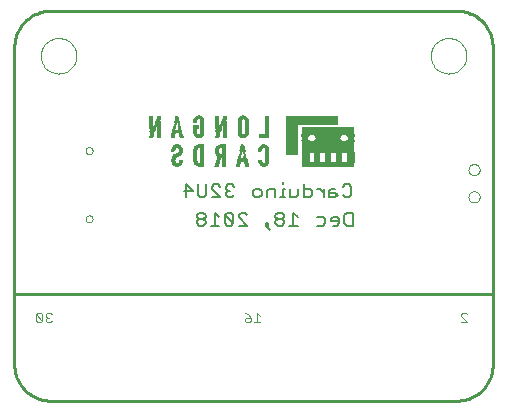
<source format=gbo>
G75*
G70*
%OFA0B0*%
%FSLAX24Y24*%
%IPPOS*%
%LPD*%
%AMOC8*
5,1,8,0,0,1.08239X$1,22.5*
%
%ADD10C,0.0080*%
%ADD11C,0.0100*%
%ADD12C,0.0000*%
%ADD13C,0.0040*%
%ADD14R,0.0089X0.0006*%
%ADD15R,0.0094X0.0006*%
%ADD16R,0.0130X0.0006*%
%ADD17R,0.0106X0.0006*%
%ADD18R,0.0201X0.0006*%
%ADD19R,0.0136X0.0006*%
%ADD20R,0.1742X0.0006*%
%ADD21R,0.0154X0.0006*%
%ADD22R,0.0112X0.0006*%
%ADD23R,0.0219X0.0006*%
%ADD24R,0.0165X0.0006*%
%ADD25R,0.1748X0.0006*%
%ADD26R,0.0177X0.0006*%
%ADD27R,0.0100X0.0006*%
%ADD28R,0.0236X0.0006*%
%ADD29R,0.0189X0.0006*%
%ADD30R,0.0195X0.0006*%
%ADD31R,0.0248X0.0006*%
%ADD32R,0.0207X0.0006*%
%ADD33R,0.0213X0.0006*%
%ADD34R,0.0260X0.0006*%
%ADD35R,0.0224X0.0006*%
%ADD36R,0.0266X0.0006*%
%ADD37R,0.0278X0.0006*%
%ADD38R,0.0254X0.0006*%
%ADD39R,0.0283X0.0006*%
%ADD40R,0.0289X0.0006*%
%ADD41R,0.0272X0.0006*%
%ADD42R,0.0295X0.0006*%
%ADD43R,0.0301X0.0006*%
%ADD44R,0.0307X0.0006*%
%ADD45R,0.0313X0.0006*%
%ADD46R,0.0319X0.0006*%
%ADD47R,0.0148X0.0006*%
%ADD48R,0.0159X0.0006*%
%ADD49R,0.0124X0.0006*%
%ADD50R,0.0118X0.0006*%
%ADD51R,0.0242X0.0006*%
%ADD52R,0.0337X0.0006*%
%ADD53R,0.0331X0.0006*%
%ADD54R,0.0325X0.0006*%
%ADD55R,0.0142X0.0006*%
%ADD56R,0.0183X0.0006*%
%ADD57R,0.0230X0.0006*%
%ADD58R,0.0419X0.0006*%
%ADD59R,0.0425X0.0006*%
%ADD60R,0.0171X0.0006*%
%ADD61R,0.0083X0.0006*%
%ADD62R,0.0041X0.0006*%
%ADD63R,0.0047X0.0006*%
%ADD64R,0.1022X0.0006*%
%ADD65R,0.0980X0.0006*%
%ADD66R,0.0957X0.0006*%
%ADD67R,0.0933X0.0006*%
%ADD68R,0.0921X0.0006*%
%ADD69R,0.0904X0.0006*%
%ADD70R,0.0892X0.0006*%
%ADD71R,0.0886X0.0006*%
%ADD72R,0.0874X0.0006*%
%ADD73R,0.0868X0.0006*%
%ADD74R,0.0856X0.0006*%
%ADD75R,0.0850X0.0006*%
%ADD76R,0.0844X0.0006*%
%ADD77R,0.0839X0.0006*%
%ADD78R,0.0833X0.0006*%
%ADD79R,0.0827X0.0006*%
%ADD80R,0.0071X0.0006*%
%ADD81R,0.0862X0.0006*%
%ADD82R,0.0880X0.0006*%
%ADD83R,0.0898X0.0006*%
%ADD84R,0.0915X0.0006*%
%ADD85R,0.0927X0.0006*%
%ADD86R,0.0945X0.0006*%
%ADD87R,0.0969X0.0006*%
%ADD88R,0.0998X0.0006*%
D10*
X010215Y007160D02*
X010495Y007160D01*
X010285Y007370D01*
X010285Y006950D01*
X010676Y007020D02*
X010676Y007370D01*
X010956Y007370D02*
X010956Y007020D01*
X010886Y006950D01*
X010746Y006950D01*
X010676Y007020D01*
X011136Y006950D02*
X011416Y006950D01*
X011136Y007230D01*
X011136Y007300D01*
X011206Y007370D01*
X011346Y007370D01*
X011416Y007300D01*
X011596Y007300D02*
X011596Y007230D01*
X011666Y007160D01*
X011596Y007090D01*
X011596Y007020D01*
X011666Y006950D01*
X011807Y006950D01*
X011877Y007020D01*
X011737Y007160D02*
X011666Y007160D01*
X011596Y007300D02*
X011666Y007370D01*
X011807Y007370D01*
X011877Y007300D01*
X012517Y007160D02*
X012517Y007020D01*
X012587Y006950D01*
X012727Y006950D01*
X012797Y007020D01*
X012797Y007160D01*
X012727Y007230D01*
X012587Y007230D01*
X012517Y007160D01*
X012978Y007160D02*
X012978Y006950D01*
X012978Y007160D02*
X013048Y007230D01*
X013258Y007230D01*
X013258Y006950D01*
X013425Y006950D02*
X013565Y006950D01*
X013495Y006950D02*
X013495Y007230D01*
X013565Y007230D01*
X013495Y007370D02*
X013495Y007440D01*
X013745Y007230D02*
X013745Y006950D01*
X013955Y006950D01*
X014025Y007020D01*
X014025Y007230D01*
X014205Y007230D02*
X014415Y007230D01*
X014486Y007160D01*
X014486Y007020D01*
X014415Y006950D01*
X014205Y006950D01*
X014205Y007370D01*
X014659Y007230D02*
X014729Y007230D01*
X014869Y007090D01*
X014869Y006950D02*
X014869Y007230D01*
X015049Y007160D02*
X015049Y006950D01*
X015260Y006950D01*
X015330Y007020D01*
X015260Y007090D01*
X015049Y007090D01*
X015049Y007160D02*
X015119Y007230D01*
X015260Y007230D01*
X015510Y007300D02*
X015580Y007370D01*
X015720Y007370D01*
X015790Y007300D01*
X015790Y007020D01*
X015720Y006950D01*
X015580Y006950D01*
X015510Y007020D01*
X015630Y006420D02*
X015840Y006420D01*
X015840Y006000D01*
X015630Y006000D01*
X015560Y006070D01*
X015560Y006350D01*
X015630Y006420D01*
X015380Y006210D02*
X015310Y006280D01*
X015169Y006280D01*
X015099Y006210D01*
X015099Y006140D01*
X015380Y006140D01*
X015380Y006070D02*
X015380Y006210D01*
X015380Y006070D02*
X015310Y006000D01*
X015169Y006000D01*
X014919Y006070D02*
X014919Y006210D01*
X014849Y006280D01*
X014639Y006280D01*
X014639Y006000D02*
X014849Y006000D01*
X014919Y006070D01*
X013998Y006000D02*
X013718Y006000D01*
X013858Y006000D02*
X013858Y006420D01*
X013998Y006280D01*
X013538Y006280D02*
X013538Y006350D01*
X013468Y006420D01*
X013328Y006420D01*
X013258Y006350D01*
X013258Y006280D01*
X013328Y006210D01*
X013468Y006210D01*
X013538Y006280D01*
X013468Y006210D02*
X013538Y006140D01*
X013538Y006070D01*
X013468Y006000D01*
X013328Y006000D01*
X013258Y006070D01*
X013258Y006140D01*
X013328Y006210D01*
X013008Y006070D02*
X013008Y006000D01*
X012938Y006000D01*
X012938Y006070D01*
X013008Y006070D01*
X012938Y006000D02*
X013078Y005860D01*
X012310Y006000D02*
X012030Y006280D01*
X012030Y006350D01*
X012100Y006420D01*
X012240Y006420D01*
X012310Y006350D01*
X011850Y006350D02*
X011780Y006420D01*
X011640Y006420D01*
X011570Y006350D01*
X011850Y006070D01*
X011780Y006000D01*
X011640Y006000D01*
X011570Y006070D01*
X011570Y006350D01*
X011390Y006280D02*
X011249Y006420D01*
X011249Y006000D01*
X011109Y006000D02*
X011390Y006000D01*
X010929Y006070D02*
X010929Y006140D01*
X010859Y006210D01*
X010719Y006210D01*
X010649Y006140D01*
X010649Y006070D01*
X010719Y006000D01*
X010859Y006000D01*
X010929Y006070D01*
X010859Y006210D02*
X010929Y006280D01*
X010929Y006350D01*
X010859Y006420D01*
X010719Y006420D01*
X010649Y006350D01*
X010649Y006280D01*
X010719Y006210D01*
X011850Y006070D02*
X011850Y006350D01*
X012030Y006000D02*
X012310Y006000D01*
D11*
X004558Y001364D02*
X004558Y011956D01*
X004560Y012023D01*
X004566Y012090D01*
X004575Y012157D01*
X004588Y012223D01*
X004605Y012288D01*
X004625Y012352D01*
X004649Y012415D01*
X004677Y012477D01*
X004708Y012536D01*
X004742Y012594D01*
X004779Y012650D01*
X004820Y012704D01*
X004863Y012756D01*
X004909Y012805D01*
X004958Y012851D01*
X005010Y012894D01*
X005064Y012935D01*
X005120Y012972D01*
X005178Y013006D01*
X005237Y013037D01*
X005299Y013065D01*
X005362Y013089D01*
X005426Y013109D01*
X005491Y013126D01*
X005557Y013139D01*
X005624Y013148D01*
X005691Y013154D01*
X005758Y013156D01*
X019302Y013156D01*
X019369Y013154D01*
X019436Y013148D01*
X019503Y013139D01*
X019569Y013126D01*
X019634Y013109D01*
X019698Y013089D01*
X019761Y013065D01*
X019823Y013037D01*
X019882Y013006D01*
X019940Y012972D01*
X019996Y012935D01*
X020050Y012894D01*
X020102Y012851D01*
X020151Y012805D01*
X020197Y012756D01*
X020240Y012704D01*
X020281Y012650D01*
X020318Y012594D01*
X020352Y012536D01*
X020383Y012477D01*
X020411Y012415D01*
X020435Y012352D01*
X020455Y012288D01*
X020472Y012223D01*
X020485Y012157D01*
X020494Y012090D01*
X020500Y012023D01*
X020502Y011956D01*
X020502Y001364D01*
X020500Y001297D01*
X020494Y001230D01*
X020485Y001163D01*
X020472Y001097D01*
X020455Y001032D01*
X020435Y000968D01*
X020411Y000905D01*
X020383Y000843D01*
X020352Y000784D01*
X020318Y000726D01*
X020281Y000670D01*
X020240Y000616D01*
X020197Y000564D01*
X020151Y000515D01*
X020102Y000469D01*
X020050Y000426D01*
X019996Y000385D01*
X019940Y000348D01*
X019882Y000314D01*
X019823Y000283D01*
X019761Y000255D01*
X019698Y000231D01*
X019634Y000211D01*
X019569Y000194D01*
X019503Y000181D01*
X019436Y000172D01*
X019369Y000166D01*
X019302Y000164D01*
X005758Y000164D01*
X005691Y000166D01*
X005624Y000172D01*
X005557Y000181D01*
X005491Y000194D01*
X005426Y000211D01*
X005362Y000231D01*
X005299Y000255D01*
X005237Y000283D01*
X005178Y000314D01*
X005120Y000348D01*
X005064Y000385D01*
X005010Y000426D01*
X004958Y000469D01*
X004909Y000515D01*
X004863Y000564D01*
X004820Y000616D01*
X004779Y000670D01*
X004742Y000726D01*
X004708Y000784D01*
X004677Y000843D01*
X004649Y000905D01*
X004625Y000968D01*
X004605Y001032D01*
X004588Y001097D01*
X004575Y001163D01*
X004566Y001230D01*
X004560Y001297D01*
X004558Y001364D01*
X004530Y003710D02*
X020480Y003710D01*
D12*
X019693Y006957D02*
X019695Y006984D01*
X019701Y007010D01*
X019710Y007035D01*
X019723Y007058D01*
X019739Y007079D01*
X019758Y007098D01*
X019779Y007114D01*
X019802Y007127D01*
X019827Y007136D01*
X019853Y007142D01*
X019880Y007144D01*
X019907Y007142D01*
X019933Y007136D01*
X019958Y007127D01*
X019981Y007114D01*
X020002Y007098D01*
X020021Y007079D01*
X020037Y007058D01*
X020050Y007035D01*
X020059Y007010D01*
X020065Y006984D01*
X020067Y006957D01*
X020065Y006930D01*
X020059Y006904D01*
X020050Y006879D01*
X020037Y006856D01*
X020021Y006835D01*
X020002Y006816D01*
X019981Y006800D01*
X019958Y006787D01*
X019933Y006778D01*
X019907Y006772D01*
X019880Y006770D01*
X019853Y006772D01*
X019827Y006778D01*
X019802Y006787D01*
X019779Y006800D01*
X019758Y006816D01*
X019739Y006835D01*
X019723Y006856D01*
X019710Y006879D01*
X019701Y006904D01*
X019695Y006930D01*
X019693Y006957D01*
X019693Y007863D02*
X019695Y007890D01*
X019701Y007916D01*
X019710Y007941D01*
X019723Y007964D01*
X019739Y007985D01*
X019758Y008004D01*
X019779Y008020D01*
X019802Y008033D01*
X019827Y008042D01*
X019853Y008048D01*
X019880Y008050D01*
X019907Y008048D01*
X019933Y008042D01*
X019958Y008033D01*
X019981Y008020D01*
X020002Y008004D01*
X020021Y007985D01*
X020037Y007964D01*
X020050Y007941D01*
X020059Y007916D01*
X020065Y007890D01*
X020067Y007863D01*
X020065Y007836D01*
X020059Y007810D01*
X020050Y007785D01*
X020037Y007762D01*
X020021Y007741D01*
X020002Y007722D01*
X019981Y007706D01*
X019958Y007693D01*
X019933Y007684D01*
X019907Y007678D01*
X019880Y007676D01*
X019853Y007678D01*
X019827Y007684D01*
X019802Y007693D01*
X019779Y007706D01*
X019758Y007722D01*
X019739Y007741D01*
X019723Y007762D01*
X019710Y007785D01*
X019701Y007810D01*
X019695Y007836D01*
X019693Y007863D01*
X018439Y011660D02*
X018441Y011708D01*
X018447Y011756D01*
X018457Y011803D01*
X018470Y011849D01*
X018488Y011894D01*
X018508Y011938D01*
X018533Y011980D01*
X018561Y012019D01*
X018591Y012056D01*
X018625Y012090D01*
X018662Y012122D01*
X018700Y012151D01*
X018741Y012176D01*
X018784Y012198D01*
X018829Y012216D01*
X018875Y012230D01*
X018922Y012241D01*
X018970Y012248D01*
X019018Y012251D01*
X019066Y012250D01*
X019114Y012245D01*
X019162Y012236D01*
X019208Y012224D01*
X019253Y012207D01*
X019297Y012187D01*
X019339Y012164D01*
X019379Y012137D01*
X019417Y012107D01*
X019452Y012074D01*
X019484Y012038D01*
X019514Y012000D01*
X019540Y011959D01*
X019562Y011916D01*
X019582Y011872D01*
X019597Y011827D01*
X019609Y011780D01*
X019617Y011732D01*
X019621Y011684D01*
X019621Y011636D01*
X019617Y011588D01*
X019609Y011540D01*
X019597Y011493D01*
X019582Y011448D01*
X019562Y011404D01*
X019540Y011361D01*
X019514Y011320D01*
X019484Y011282D01*
X019452Y011246D01*
X019417Y011213D01*
X019379Y011183D01*
X019339Y011156D01*
X019297Y011133D01*
X019253Y011113D01*
X019208Y011096D01*
X019162Y011084D01*
X019114Y011075D01*
X019066Y011070D01*
X019018Y011069D01*
X018970Y011072D01*
X018922Y011079D01*
X018875Y011090D01*
X018829Y011104D01*
X018784Y011122D01*
X018741Y011144D01*
X018700Y011169D01*
X018662Y011198D01*
X018625Y011230D01*
X018591Y011264D01*
X018561Y011301D01*
X018533Y011340D01*
X018508Y011382D01*
X018488Y011426D01*
X018470Y011471D01*
X018457Y011517D01*
X018447Y011564D01*
X018441Y011612D01*
X018439Y011660D01*
X006929Y008498D02*
X006931Y008519D01*
X006937Y008539D01*
X006946Y008559D01*
X006958Y008576D01*
X006973Y008590D01*
X006991Y008602D01*
X007011Y008610D01*
X007031Y008615D01*
X007052Y008616D01*
X007073Y008613D01*
X007093Y008607D01*
X007112Y008596D01*
X007129Y008583D01*
X007142Y008567D01*
X007153Y008549D01*
X007161Y008529D01*
X007165Y008509D01*
X007165Y008487D01*
X007161Y008467D01*
X007153Y008447D01*
X007142Y008429D01*
X007129Y008413D01*
X007112Y008400D01*
X007093Y008389D01*
X007073Y008383D01*
X007052Y008380D01*
X007031Y008381D01*
X007011Y008386D01*
X006991Y008394D01*
X006973Y008406D01*
X006958Y008420D01*
X006946Y008437D01*
X006937Y008457D01*
X006931Y008477D01*
X006929Y008498D01*
X006929Y006222D02*
X006931Y006243D01*
X006937Y006263D01*
X006946Y006283D01*
X006958Y006300D01*
X006973Y006314D01*
X006991Y006326D01*
X007011Y006334D01*
X007031Y006339D01*
X007052Y006340D01*
X007073Y006337D01*
X007093Y006331D01*
X007112Y006320D01*
X007129Y006307D01*
X007142Y006291D01*
X007153Y006273D01*
X007161Y006253D01*
X007165Y006233D01*
X007165Y006211D01*
X007161Y006191D01*
X007153Y006171D01*
X007142Y006153D01*
X007129Y006137D01*
X007112Y006124D01*
X007093Y006113D01*
X007073Y006107D01*
X007052Y006104D01*
X007031Y006105D01*
X007011Y006110D01*
X006991Y006118D01*
X006973Y006130D01*
X006958Y006144D01*
X006946Y006161D01*
X006937Y006181D01*
X006931Y006201D01*
X006929Y006222D01*
X005439Y011660D02*
X005441Y011708D01*
X005447Y011756D01*
X005457Y011803D01*
X005470Y011849D01*
X005488Y011894D01*
X005508Y011938D01*
X005533Y011980D01*
X005561Y012019D01*
X005591Y012056D01*
X005625Y012090D01*
X005662Y012122D01*
X005700Y012151D01*
X005741Y012176D01*
X005784Y012198D01*
X005829Y012216D01*
X005875Y012230D01*
X005922Y012241D01*
X005970Y012248D01*
X006018Y012251D01*
X006066Y012250D01*
X006114Y012245D01*
X006162Y012236D01*
X006208Y012224D01*
X006253Y012207D01*
X006297Y012187D01*
X006339Y012164D01*
X006379Y012137D01*
X006417Y012107D01*
X006452Y012074D01*
X006484Y012038D01*
X006514Y012000D01*
X006540Y011959D01*
X006562Y011916D01*
X006582Y011872D01*
X006597Y011827D01*
X006609Y011780D01*
X006617Y011732D01*
X006621Y011684D01*
X006621Y011636D01*
X006617Y011588D01*
X006609Y011540D01*
X006597Y011493D01*
X006582Y011448D01*
X006562Y011404D01*
X006540Y011361D01*
X006514Y011320D01*
X006484Y011282D01*
X006452Y011246D01*
X006417Y011213D01*
X006379Y011183D01*
X006339Y011156D01*
X006297Y011133D01*
X006253Y011113D01*
X006208Y011096D01*
X006162Y011084D01*
X006114Y011075D01*
X006066Y011070D01*
X006018Y011069D01*
X005970Y011072D01*
X005922Y011079D01*
X005875Y011090D01*
X005829Y011104D01*
X005784Y011122D01*
X005741Y011144D01*
X005700Y011169D01*
X005662Y011198D01*
X005625Y011230D01*
X005591Y011264D01*
X005561Y011301D01*
X005533Y011340D01*
X005508Y011382D01*
X005488Y011426D01*
X005470Y011471D01*
X005457Y011517D01*
X005447Y011564D01*
X005441Y011612D01*
X005439Y011660D01*
D13*
X005436Y003090D02*
X005333Y003090D01*
X005281Y003039D01*
X005488Y002832D01*
X005436Y002780D01*
X005333Y002780D01*
X005281Y002832D01*
X005281Y003039D01*
X005436Y003090D02*
X005488Y003039D01*
X005488Y002832D01*
X005603Y002832D02*
X005655Y002780D01*
X005758Y002780D01*
X005810Y002832D01*
X005707Y002935D02*
X005655Y002935D01*
X005603Y002883D01*
X005603Y002832D01*
X005655Y002935D02*
X005603Y002987D01*
X005603Y003039D01*
X005655Y003090D01*
X005758Y003090D01*
X005810Y003039D01*
X012231Y003090D02*
X012334Y003039D01*
X012438Y002935D01*
X012283Y002935D01*
X012231Y002883D01*
X012231Y002832D01*
X012283Y002780D01*
X012386Y002780D01*
X012438Y002832D01*
X012438Y002935D01*
X012553Y002780D02*
X012760Y002780D01*
X012657Y002780D02*
X012657Y003090D01*
X012760Y002987D01*
X019453Y002987D02*
X019453Y003039D01*
X019505Y003090D01*
X019608Y003090D01*
X019660Y003039D01*
X019453Y002987D02*
X019660Y002780D01*
X019453Y002780D01*
D14*
X012873Y007955D03*
X012229Y008368D03*
X012223Y008398D03*
X012223Y008404D03*
X012217Y008421D03*
X012217Y008427D03*
X012217Y008433D03*
X012211Y008445D03*
X012211Y008451D03*
X012211Y008457D03*
X012117Y008457D03*
X012111Y008433D03*
X012111Y008427D03*
X012105Y008404D03*
X012099Y008374D03*
X012164Y008669D03*
X010056Y009307D03*
X010050Y009331D03*
X010050Y009337D03*
X010044Y009360D03*
X010044Y009366D03*
X010038Y009384D03*
X010038Y009390D03*
X010038Y009396D03*
X010032Y009414D03*
X009938Y009414D03*
X009938Y009408D03*
X009932Y009390D03*
X009932Y009384D03*
X009926Y009360D03*
X009926Y009354D03*
X009920Y009331D03*
X009985Y009626D03*
X009985Y009632D03*
D15*
X009988Y009620D03*
X010035Y009408D03*
X010035Y009402D03*
X010041Y009378D03*
X010041Y009372D03*
X010047Y009354D03*
X010047Y009349D03*
X010047Y009343D03*
X010053Y009325D03*
X010053Y009319D03*
X010053Y009313D03*
X010059Y009301D03*
X010059Y009295D03*
X010059Y009290D03*
X010059Y009284D03*
X010059Y009278D03*
X010065Y009272D03*
X010065Y009266D03*
X010065Y009260D03*
X010065Y009254D03*
X010071Y009242D03*
X010071Y009236D03*
X010071Y009230D03*
X010071Y009225D03*
X010077Y009213D03*
X010077Y009207D03*
X010077Y009201D03*
X010083Y009183D03*
X010083Y009177D03*
X010083Y009171D03*
X009899Y009225D03*
X009899Y009230D03*
X009899Y009236D03*
X009905Y009248D03*
X009905Y009254D03*
X009905Y009260D03*
X009905Y009266D03*
X009911Y009278D03*
X009911Y009284D03*
X009911Y009290D03*
X009911Y009295D03*
X009917Y009301D03*
X009917Y009307D03*
X009917Y009313D03*
X009917Y009319D03*
X009917Y009325D03*
X009923Y009337D03*
X009923Y009343D03*
X009923Y009349D03*
X009929Y009366D03*
X009929Y009372D03*
X009929Y009378D03*
X009935Y009396D03*
X009935Y009402D03*
X009894Y009207D03*
X009894Y009201D03*
X009888Y009177D03*
X009888Y009171D03*
X009274Y009331D03*
X009268Y009313D03*
X009262Y009295D03*
X009256Y009284D03*
X009250Y009266D03*
X009244Y009248D03*
X009238Y009230D03*
X009232Y009219D03*
X009982Y007955D03*
X011429Y009219D03*
X011435Y009236D03*
X011441Y009248D03*
X011447Y009266D03*
X011453Y009284D03*
X011459Y009301D03*
X011470Y009331D03*
X012161Y008664D03*
X012161Y008658D03*
X012114Y008451D03*
X012114Y008445D03*
X012114Y008439D03*
X012108Y008421D03*
X012108Y008416D03*
X012108Y008410D03*
X012102Y008398D03*
X012102Y008392D03*
X012102Y008386D03*
X012102Y008380D03*
X012096Y008368D03*
X012096Y008362D03*
X012096Y008356D03*
X012096Y008351D03*
X012090Y008345D03*
X012090Y008339D03*
X012090Y008333D03*
X012090Y008327D03*
X012090Y008321D03*
X012085Y008315D03*
X012085Y008309D03*
X012085Y008303D03*
X012085Y008297D03*
X012079Y008286D03*
X012079Y008280D03*
X012079Y008274D03*
X012073Y008256D03*
X012073Y008250D03*
X012073Y008244D03*
X012067Y008221D03*
X012250Y008262D03*
X012250Y008268D03*
X012250Y008274D03*
X012250Y008280D03*
X012244Y008291D03*
X012244Y008297D03*
X012244Y008303D03*
X012244Y008309D03*
X012238Y008315D03*
X012238Y008321D03*
X012238Y008327D03*
X012238Y008333D03*
X012238Y008339D03*
X012232Y008345D03*
X012232Y008351D03*
X012232Y008356D03*
X012232Y008362D03*
X012226Y008374D03*
X012226Y008380D03*
X012226Y008386D03*
X012226Y008392D03*
X012220Y008410D03*
X012220Y008416D03*
X012214Y008439D03*
X012256Y008250D03*
X012256Y008244D03*
X012256Y008238D03*
X012262Y008221D03*
X012262Y008215D03*
D16*
X012161Y008581D03*
X012090Y009024D03*
X012291Y009024D03*
X012291Y009526D03*
X012090Y009526D03*
X011565Y009549D03*
X011565Y009555D03*
X011335Y009006D03*
X011335Y009000D03*
X011335Y008994D03*
X011340Y008569D03*
X011340Y008362D03*
X010620Y008061D03*
X010088Y008061D03*
X009882Y008256D03*
X009882Y008569D03*
X010083Y008569D03*
X010809Y009024D03*
X010809Y009526D03*
X010608Y009526D03*
X009368Y009543D03*
X009368Y009549D03*
X009368Y009555D03*
X009138Y009006D03*
X009138Y009000D03*
X009138Y008994D03*
X012781Y008061D03*
X012876Y007961D03*
X012970Y008061D03*
X012970Y008569D03*
D17*
X012988Y008528D03*
X012988Y008522D03*
X012988Y008516D03*
X012988Y008510D03*
X012988Y008504D03*
X012988Y008498D03*
X012988Y008492D03*
X012988Y008486D03*
X012988Y008480D03*
X012988Y008475D03*
X012988Y008469D03*
X012988Y008463D03*
X012988Y008457D03*
X012988Y008451D03*
X012988Y008445D03*
X012988Y008439D03*
X012988Y008433D03*
X012988Y008427D03*
X012988Y008421D03*
X012988Y008416D03*
X012988Y008410D03*
X012988Y008404D03*
X012988Y008398D03*
X012988Y008392D03*
X012988Y008386D03*
X012988Y008380D03*
X012988Y008374D03*
X012988Y008368D03*
X012988Y008362D03*
X012988Y008356D03*
X012988Y008351D03*
X012988Y008345D03*
X012988Y008339D03*
X012988Y008333D03*
X012988Y008327D03*
X012988Y008321D03*
X012988Y008315D03*
X012988Y008309D03*
X012988Y008303D03*
X012988Y008297D03*
X012988Y008291D03*
X012988Y008286D03*
X012988Y008280D03*
X012988Y008274D03*
X012988Y008268D03*
X012988Y008262D03*
X012988Y008256D03*
X012988Y008250D03*
X012988Y008244D03*
X012988Y008238D03*
X012988Y008232D03*
X012988Y008227D03*
X012988Y008221D03*
X012988Y008215D03*
X012988Y008209D03*
X012988Y008203D03*
X012988Y008197D03*
X012988Y008191D03*
X012988Y008185D03*
X012988Y008179D03*
X012988Y008173D03*
X012988Y008167D03*
X012988Y008162D03*
X012988Y008156D03*
X012988Y008150D03*
X012988Y008144D03*
X012988Y008138D03*
X012988Y008132D03*
X012988Y008126D03*
X012988Y008120D03*
X012988Y008114D03*
X012988Y008108D03*
X012988Y008103D03*
X012758Y008103D03*
X012758Y008108D03*
X012758Y008114D03*
X012758Y008120D03*
X012758Y008126D03*
X012758Y008132D03*
X012758Y008138D03*
X012758Y008144D03*
X012758Y008150D03*
X012758Y008156D03*
X012758Y008475D03*
X012758Y008480D03*
X012758Y008486D03*
X012758Y008492D03*
X012758Y008498D03*
X012758Y008504D03*
X012758Y008510D03*
X012758Y008516D03*
X012758Y008522D03*
X012758Y008528D03*
X012982Y009024D03*
X012982Y009030D03*
X012982Y009036D03*
X012982Y009041D03*
X012982Y009047D03*
X012982Y009053D03*
X012982Y009059D03*
X012982Y009065D03*
X012982Y009071D03*
X012982Y009077D03*
X012982Y009083D03*
X012982Y009089D03*
X012982Y009095D03*
X012982Y009101D03*
X012982Y009106D03*
X012982Y009112D03*
X012982Y009118D03*
X012982Y009124D03*
X012982Y009130D03*
X012982Y009136D03*
X012982Y009142D03*
X012982Y009148D03*
X012982Y009154D03*
X012982Y009160D03*
X012982Y009166D03*
X012982Y009171D03*
X012982Y009177D03*
X012982Y009183D03*
X012982Y009189D03*
X012982Y009195D03*
X012982Y009201D03*
X012982Y009207D03*
X012982Y009213D03*
X012982Y009219D03*
X012982Y009225D03*
X012982Y009230D03*
X012982Y009236D03*
X012982Y009242D03*
X012982Y009248D03*
X012982Y009254D03*
X012982Y009260D03*
X012982Y009266D03*
X012982Y009272D03*
X012982Y009278D03*
X012982Y009284D03*
X012982Y009290D03*
X012982Y009295D03*
X012982Y009301D03*
X012982Y009307D03*
X012982Y009313D03*
X012982Y009319D03*
X012982Y009325D03*
X012982Y009331D03*
X012982Y009337D03*
X012982Y009343D03*
X012982Y009349D03*
X012982Y009354D03*
X012982Y009360D03*
X012982Y009366D03*
X012982Y009372D03*
X012982Y009378D03*
X012982Y009384D03*
X012982Y009390D03*
X012982Y009396D03*
X012982Y009402D03*
X012982Y009408D03*
X012982Y009414D03*
X012982Y009419D03*
X012982Y009425D03*
X012982Y009431D03*
X012982Y009437D03*
X012982Y009443D03*
X012982Y009449D03*
X012982Y009455D03*
X012982Y009461D03*
X012982Y009467D03*
X012982Y009473D03*
X012982Y009479D03*
X012982Y009484D03*
X012982Y009490D03*
X012982Y009496D03*
X012982Y009502D03*
X012982Y009508D03*
X012982Y009514D03*
X012982Y009520D03*
X012982Y009526D03*
X012982Y009532D03*
X012982Y009538D03*
X012982Y009543D03*
X012982Y009549D03*
X012982Y009555D03*
X012982Y009561D03*
X012982Y009567D03*
X012982Y009573D03*
X012982Y009579D03*
X012982Y009585D03*
X012982Y009591D03*
X012982Y009597D03*
X012982Y009603D03*
X012982Y009608D03*
X012982Y009614D03*
X012982Y009620D03*
X012982Y009626D03*
X012982Y009632D03*
X012309Y009496D03*
X012309Y009490D03*
X012309Y009484D03*
X012309Y009479D03*
X012315Y009461D03*
X012315Y009455D03*
X012315Y009449D03*
X012315Y009443D03*
X012315Y009437D03*
X012315Y009431D03*
X012315Y009425D03*
X012315Y009419D03*
X012315Y009414D03*
X012315Y009408D03*
X012315Y009402D03*
X012315Y009396D03*
X012315Y009390D03*
X012315Y009384D03*
X012315Y009378D03*
X012315Y009372D03*
X012315Y009366D03*
X012315Y009360D03*
X012315Y009354D03*
X012315Y009349D03*
X012315Y009343D03*
X012315Y009337D03*
X012315Y009331D03*
X012315Y009325D03*
X012315Y009319D03*
X012315Y009313D03*
X012315Y009307D03*
X012315Y009301D03*
X012315Y009295D03*
X012315Y009290D03*
X012315Y009284D03*
X012315Y009278D03*
X012315Y009272D03*
X012315Y009266D03*
X012315Y009260D03*
X012315Y009254D03*
X012315Y009248D03*
X012315Y009242D03*
X012315Y009236D03*
X012315Y009230D03*
X012315Y009225D03*
X012315Y009219D03*
X012315Y009213D03*
X012315Y009207D03*
X012315Y009201D03*
X012315Y009195D03*
X012315Y009189D03*
X012315Y009183D03*
X012315Y009177D03*
X012315Y009171D03*
X012315Y009166D03*
X012315Y009160D03*
X012315Y009154D03*
X012315Y009148D03*
X012315Y009142D03*
X012315Y009136D03*
X012315Y009130D03*
X012315Y009124D03*
X012315Y009118D03*
X012315Y009112D03*
X012315Y009106D03*
X012315Y009101D03*
X012315Y009095D03*
X012315Y009089D03*
X012309Y009071D03*
X012309Y009065D03*
X012309Y009059D03*
X012309Y009053D03*
X012191Y008917D03*
X012073Y009053D03*
X012073Y009059D03*
X012073Y009065D03*
X012073Y009071D03*
X012073Y009077D03*
X012073Y009083D03*
X012073Y009089D03*
X012073Y009095D03*
X012073Y009101D03*
X012073Y009106D03*
X012073Y009112D03*
X012073Y009118D03*
X012073Y009124D03*
X012073Y009130D03*
X012073Y009136D03*
X012073Y009142D03*
X012073Y009148D03*
X012073Y009154D03*
X012073Y009160D03*
X012073Y009166D03*
X012073Y009171D03*
X012073Y009177D03*
X012073Y009183D03*
X012073Y009189D03*
X012073Y009195D03*
X012073Y009201D03*
X012073Y009207D03*
X012073Y009213D03*
X012073Y009219D03*
X012073Y009225D03*
X012073Y009230D03*
X012073Y009236D03*
X012073Y009242D03*
X012073Y009248D03*
X012073Y009254D03*
X012073Y009260D03*
X012073Y009266D03*
X012073Y009272D03*
X012073Y009278D03*
X012073Y009284D03*
X012073Y009290D03*
X012073Y009295D03*
X012073Y009301D03*
X012073Y009307D03*
X012073Y009313D03*
X012073Y009319D03*
X012073Y009325D03*
X012073Y009331D03*
X012073Y009337D03*
X012073Y009343D03*
X012073Y009349D03*
X012073Y009354D03*
X012073Y009360D03*
X012073Y009366D03*
X012073Y009372D03*
X012073Y009378D03*
X012073Y009384D03*
X012073Y009390D03*
X012073Y009396D03*
X012073Y009402D03*
X012073Y009408D03*
X012073Y009414D03*
X012073Y009419D03*
X012073Y009425D03*
X012073Y009431D03*
X012073Y009437D03*
X012073Y009443D03*
X012073Y009449D03*
X012073Y009455D03*
X012073Y009461D03*
X012073Y009467D03*
X012073Y009473D03*
X012073Y009479D03*
X012073Y009484D03*
X012073Y009490D03*
X012073Y009496D03*
X012191Y009632D03*
X011577Y009620D03*
X011577Y009614D03*
X011323Y009614D03*
X011323Y009608D03*
X011323Y009603D03*
X011323Y009597D03*
X011323Y009591D03*
X011323Y009585D03*
X011323Y009579D03*
X011323Y009573D03*
X011323Y009567D03*
X011323Y009561D03*
X011323Y009555D03*
X011323Y009549D03*
X011323Y009543D03*
X011323Y009538D03*
X011323Y009532D03*
X011323Y009526D03*
X011323Y009520D03*
X011323Y009514D03*
X011323Y009508D03*
X011323Y009502D03*
X011323Y009496D03*
X011323Y009490D03*
X011323Y009484D03*
X011323Y009479D03*
X011323Y009473D03*
X011323Y009467D03*
X011323Y009461D03*
X011323Y009455D03*
X011323Y009449D03*
X011323Y009443D03*
X011323Y009437D03*
X011323Y009431D03*
X011323Y009425D03*
X011323Y009419D03*
X011323Y009414D03*
X011323Y009408D03*
X011323Y009402D03*
X011323Y009396D03*
X011323Y009390D03*
X011323Y009384D03*
X011323Y009378D03*
X011323Y009372D03*
X011323Y009366D03*
X011323Y009360D03*
X011323Y009354D03*
X011323Y009349D03*
X011323Y009343D03*
X011323Y009337D03*
X011323Y009331D03*
X011323Y009325D03*
X011323Y009319D03*
X011323Y009313D03*
X011323Y009307D03*
X011323Y009301D03*
X011323Y009295D03*
X011323Y009290D03*
X011323Y009284D03*
X011323Y009278D03*
X011323Y009272D03*
X011323Y009266D03*
X011323Y009260D03*
X011323Y009254D03*
X011323Y009248D03*
X011323Y009242D03*
X011323Y009236D03*
X011323Y009230D03*
X011323Y009225D03*
X011323Y009219D03*
X011577Y009219D03*
X011577Y009225D03*
X011577Y009230D03*
X011577Y009236D03*
X011577Y009242D03*
X011577Y009248D03*
X011577Y009254D03*
X011577Y009260D03*
X011577Y009266D03*
X011577Y009272D03*
X011577Y009278D03*
X011577Y009284D03*
X011577Y009290D03*
X011577Y009295D03*
X011577Y009301D03*
X011577Y009307D03*
X011577Y009313D03*
X011577Y009319D03*
X011577Y009325D03*
X011577Y009331D03*
X011577Y009213D03*
X011577Y009207D03*
X011577Y009201D03*
X011577Y009195D03*
X011577Y009189D03*
X011577Y009183D03*
X011577Y009177D03*
X011577Y009171D03*
X011577Y009166D03*
X011577Y009160D03*
X011577Y009154D03*
X011577Y009148D03*
X011577Y009142D03*
X011577Y009136D03*
X011577Y009130D03*
X011577Y009124D03*
X011577Y009118D03*
X011577Y009112D03*
X011577Y009106D03*
X011577Y009101D03*
X011577Y009095D03*
X011577Y009089D03*
X011577Y009083D03*
X011577Y009077D03*
X011577Y009071D03*
X011577Y009065D03*
X011577Y009059D03*
X011577Y009053D03*
X011577Y009047D03*
X011577Y009041D03*
X011577Y009036D03*
X011577Y009030D03*
X011577Y009024D03*
X011577Y009018D03*
X011577Y009012D03*
X011577Y009006D03*
X011577Y009000D03*
X011577Y008994D03*
X011577Y008988D03*
X011577Y008982D03*
X011577Y008977D03*
X011577Y008971D03*
X011577Y008965D03*
X011577Y008959D03*
X011577Y008953D03*
X011577Y008947D03*
X011577Y008941D03*
X011577Y008935D03*
X011577Y008929D03*
X011577Y008923D03*
X011577Y008917D03*
X011323Y008929D03*
X011323Y008935D03*
X011323Y008941D03*
X011323Y008545D03*
X011317Y008534D03*
X011317Y008528D03*
X011317Y008522D03*
X011317Y008516D03*
X011311Y008504D03*
X011311Y008498D03*
X011311Y008492D03*
X011311Y008486D03*
X011311Y008480D03*
X011311Y008475D03*
X011311Y008469D03*
X011311Y008463D03*
X011311Y008457D03*
X011311Y008451D03*
X011311Y008445D03*
X011311Y008439D03*
X011311Y008433D03*
X011311Y008427D03*
X011317Y008416D03*
X011317Y008410D03*
X011317Y008404D03*
X011317Y008398D03*
X011323Y008386D03*
X011388Y008250D03*
X011382Y008232D03*
X011382Y008227D03*
X011376Y008215D03*
X011376Y008209D03*
X011370Y008197D03*
X011370Y008191D03*
X011364Y008179D03*
X011364Y008173D03*
X011358Y008162D03*
X011358Y008156D03*
X011352Y008144D03*
X011352Y008138D03*
X011346Y008126D03*
X011346Y008120D03*
X011340Y008108D03*
X011340Y008103D03*
X011335Y008091D03*
X011335Y008085D03*
X011329Y008073D03*
X011329Y008067D03*
X011323Y008055D03*
X011323Y008049D03*
X011317Y008032D03*
X011311Y008014D03*
X011305Y007996D03*
X011299Y007979D03*
X011293Y007961D03*
X011553Y007961D03*
X011553Y007967D03*
X011553Y007973D03*
X011553Y007979D03*
X011553Y007984D03*
X011553Y007990D03*
X011553Y007996D03*
X011553Y008002D03*
X011553Y008008D03*
X011553Y008014D03*
X011553Y008020D03*
X011553Y008026D03*
X011553Y008032D03*
X011553Y008038D03*
X011553Y008043D03*
X011553Y008049D03*
X011553Y008055D03*
X011553Y008061D03*
X011553Y008067D03*
X011553Y008073D03*
X011553Y008079D03*
X011553Y008085D03*
X011553Y008091D03*
X011553Y008097D03*
X011553Y008103D03*
X011553Y008108D03*
X011553Y008114D03*
X011553Y008120D03*
X011553Y008126D03*
X011553Y008132D03*
X011553Y008138D03*
X011553Y008144D03*
X011553Y008150D03*
X011553Y008156D03*
X011553Y008162D03*
X011553Y008167D03*
X011553Y008173D03*
X011553Y008179D03*
X011553Y008185D03*
X011553Y008191D03*
X011553Y008197D03*
X011553Y008203D03*
X011553Y008209D03*
X011553Y008215D03*
X011553Y008221D03*
X011553Y008227D03*
X011553Y008232D03*
X011553Y008238D03*
X011553Y008244D03*
X011553Y008250D03*
X011553Y008256D03*
X011553Y008356D03*
X011553Y008362D03*
X011553Y008368D03*
X011553Y008374D03*
X011553Y008380D03*
X011553Y008386D03*
X011553Y008392D03*
X011553Y008398D03*
X011553Y008404D03*
X011553Y008410D03*
X011553Y008416D03*
X011553Y008421D03*
X011553Y008427D03*
X011553Y008433D03*
X011553Y008439D03*
X011553Y008445D03*
X011553Y008451D03*
X011553Y008457D03*
X011553Y008463D03*
X011553Y008469D03*
X011553Y008475D03*
X011553Y008480D03*
X011553Y008486D03*
X011553Y008492D03*
X011553Y008498D03*
X011553Y008504D03*
X011553Y008510D03*
X011553Y008516D03*
X011553Y008522D03*
X011553Y008528D03*
X011553Y008534D03*
X011553Y008540D03*
X011553Y008545D03*
X011553Y008551D03*
X011553Y008557D03*
X011553Y008563D03*
X011553Y008569D03*
X011553Y008575D03*
X012161Y008634D03*
X012043Y008108D03*
X012037Y008079D03*
X012031Y008055D03*
X012031Y008049D03*
X012025Y008026D03*
X012025Y008020D03*
X012020Y008002D03*
X012020Y007996D03*
X012020Y007990D03*
X012014Y007973D03*
X012014Y007967D03*
X012014Y007961D03*
X012303Y008008D03*
X012303Y008014D03*
X012303Y008020D03*
X012297Y008038D03*
X012297Y008043D03*
X012291Y008067D03*
X012291Y008073D03*
X012285Y008097D03*
X012309Y007990D03*
X012309Y007984D03*
X012309Y007979D03*
X012315Y007967D03*
X012315Y007961D03*
X010821Y008055D03*
X010821Y008061D03*
X010821Y008067D03*
X010821Y008073D03*
X010821Y008079D03*
X010821Y008085D03*
X010821Y008091D03*
X010821Y008097D03*
X010821Y008103D03*
X010821Y008108D03*
X010821Y008114D03*
X010821Y008120D03*
X010821Y008126D03*
X010821Y008132D03*
X010821Y008138D03*
X010821Y008144D03*
X010821Y008150D03*
X010821Y008156D03*
X010821Y008162D03*
X010821Y008167D03*
X010821Y008173D03*
X010821Y008179D03*
X010821Y008185D03*
X010821Y008191D03*
X010821Y008197D03*
X010821Y008203D03*
X010821Y008209D03*
X010821Y008215D03*
X010821Y008221D03*
X010821Y008227D03*
X010821Y008232D03*
X010821Y008238D03*
X010821Y008244D03*
X010821Y008250D03*
X010821Y008256D03*
X010821Y008262D03*
X010821Y008268D03*
X010821Y008274D03*
X010821Y008280D03*
X010821Y008286D03*
X010821Y008291D03*
X010821Y008297D03*
X010821Y008303D03*
X010821Y008309D03*
X010821Y008315D03*
X010821Y008321D03*
X010821Y008327D03*
X010821Y008333D03*
X010821Y008339D03*
X010821Y008345D03*
X010821Y008351D03*
X010821Y008356D03*
X010821Y008362D03*
X010821Y008368D03*
X010821Y008374D03*
X010821Y008380D03*
X010821Y008386D03*
X010821Y008392D03*
X010821Y008398D03*
X010821Y008404D03*
X010821Y008410D03*
X010821Y008416D03*
X010821Y008421D03*
X010821Y008427D03*
X010821Y008433D03*
X010821Y008439D03*
X010821Y008445D03*
X010821Y008451D03*
X010821Y008457D03*
X010821Y008463D03*
X010821Y008469D03*
X010821Y008475D03*
X010821Y008480D03*
X010821Y008486D03*
X010821Y008492D03*
X010821Y008498D03*
X010821Y008504D03*
X010821Y008510D03*
X010821Y008516D03*
X010821Y008522D03*
X010821Y008528D03*
X010821Y008534D03*
X010821Y008540D03*
X010821Y008545D03*
X010821Y008551D03*
X010821Y008557D03*
X010821Y008563D03*
X010821Y008569D03*
X010821Y008575D03*
X010596Y008534D03*
X010596Y008528D03*
X010596Y008522D03*
X010596Y008516D03*
X010596Y008510D03*
X010590Y008492D03*
X010590Y008486D03*
X010590Y008480D03*
X010590Y008475D03*
X010590Y008469D03*
X010590Y008463D03*
X010590Y008457D03*
X010590Y008451D03*
X010590Y008445D03*
X010590Y008439D03*
X010590Y008433D03*
X010590Y008427D03*
X010590Y008421D03*
X010590Y008416D03*
X010590Y008410D03*
X010590Y008404D03*
X010590Y008398D03*
X010590Y008392D03*
X010590Y008386D03*
X010590Y008380D03*
X010590Y008374D03*
X010590Y008368D03*
X010590Y008362D03*
X010590Y008356D03*
X010590Y008351D03*
X010590Y008345D03*
X010590Y008339D03*
X010590Y008333D03*
X010590Y008327D03*
X010590Y008321D03*
X010590Y008315D03*
X010590Y008309D03*
X010590Y008303D03*
X010590Y008297D03*
X010590Y008291D03*
X010590Y008286D03*
X010590Y008280D03*
X010590Y008274D03*
X010590Y008268D03*
X010590Y008262D03*
X010590Y008256D03*
X010590Y008250D03*
X010590Y008244D03*
X010590Y008238D03*
X010590Y008232D03*
X010590Y008227D03*
X010590Y008221D03*
X010590Y008215D03*
X010590Y008209D03*
X010590Y008203D03*
X010590Y008197D03*
X010590Y008191D03*
X010590Y008185D03*
X010590Y008179D03*
X010590Y008173D03*
X010590Y008167D03*
X010590Y008162D03*
X010590Y008156D03*
X010590Y008150D03*
X010596Y008126D03*
X010596Y008120D03*
X010596Y008114D03*
X010596Y008108D03*
X010596Y008103D03*
X010596Y008097D03*
X010602Y008091D03*
X010602Y008085D03*
X010112Y008108D03*
X010112Y008114D03*
X010112Y008120D03*
X010112Y008126D03*
X010112Y008132D03*
X010112Y008138D03*
X010112Y008144D03*
X010112Y008150D03*
X010112Y008156D03*
X010106Y008097D03*
X009870Y008091D03*
X009870Y008085D03*
X009864Y008097D03*
X009864Y008103D03*
X009864Y008108D03*
X009864Y008114D03*
X009864Y008120D03*
X009864Y008126D03*
X009858Y008156D03*
X009858Y008162D03*
X009858Y008167D03*
X009858Y008173D03*
X009864Y008191D03*
X009864Y008197D03*
X009864Y008203D03*
X009864Y008209D03*
X009864Y008215D03*
X009864Y008221D03*
X009864Y008227D03*
X009858Y008475D03*
X009858Y008480D03*
X009858Y008486D03*
X009858Y008492D03*
X009858Y008498D03*
X009858Y008504D03*
X009864Y008528D03*
X009982Y008675D03*
X010100Y008540D03*
X010100Y008534D03*
X010100Y008528D03*
X010100Y008522D03*
X010106Y008516D03*
X010106Y008510D03*
X010106Y008504D03*
X010106Y008498D03*
X010106Y008492D03*
X010106Y008486D03*
X010106Y008480D03*
X010106Y008475D03*
X010106Y008469D03*
X010106Y008463D03*
X010106Y008457D03*
X010106Y008451D03*
X010106Y008445D03*
X010100Y008439D03*
X010100Y008433D03*
X010100Y008427D03*
X010136Y008917D03*
X010136Y008923D03*
X010136Y008929D03*
X010130Y008941D03*
X010130Y008947D03*
X010130Y008953D03*
X010130Y008959D03*
X010124Y008977D03*
X010124Y008982D03*
X010118Y009006D03*
X010118Y009012D03*
X010112Y009036D03*
X009864Y009059D03*
X009858Y009036D03*
X009858Y009030D03*
X009852Y009006D03*
X009852Y009000D03*
X009846Y008982D03*
X009846Y008977D03*
X009846Y008971D03*
X009840Y008953D03*
X009840Y008947D03*
X009840Y008941D03*
X009835Y008929D03*
X009835Y008923D03*
X009835Y008917D03*
X009380Y008917D03*
X009380Y008923D03*
X009380Y008929D03*
X009380Y008935D03*
X009380Y008941D03*
X009380Y008947D03*
X009380Y008953D03*
X009380Y008959D03*
X009380Y008965D03*
X009380Y008971D03*
X009380Y008977D03*
X009380Y008982D03*
X009380Y008988D03*
X009380Y008994D03*
X009380Y009000D03*
X009380Y009006D03*
X009380Y009012D03*
X009380Y009018D03*
X009380Y009024D03*
X009380Y009030D03*
X009380Y009036D03*
X009380Y009041D03*
X009380Y009047D03*
X009380Y009053D03*
X009380Y009059D03*
X009380Y009065D03*
X009380Y009071D03*
X009380Y009077D03*
X009380Y009083D03*
X009380Y009089D03*
X009380Y009095D03*
X009380Y009101D03*
X009380Y009106D03*
X009380Y009112D03*
X009380Y009118D03*
X009380Y009124D03*
X009380Y009130D03*
X009380Y009136D03*
X009380Y009142D03*
X009380Y009148D03*
X009380Y009154D03*
X009380Y009160D03*
X009380Y009166D03*
X009380Y009171D03*
X009380Y009177D03*
X009380Y009183D03*
X009380Y009189D03*
X009380Y009195D03*
X009380Y009201D03*
X009380Y009207D03*
X009380Y009213D03*
X009380Y009219D03*
X009380Y009225D03*
X009380Y009230D03*
X009380Y009236D03*
X009380Y009242D03*
X009380Y009248D03*
X009380Y009254D03*
X009380Y009260D03*
X009380Y009266D03*
X009380Y009272D03*
X009380Y009278D03*
X009380Y009284D03*
X009380Y009290D03*
X009380Y009295D03*
X009380Y009301D03*
X009380Y009307D03*
X009380Y009313D03*
X009380Y009319D03*
X009380Y009325D03*
X009380Y009331D03*
X009126Y009331D03*
X009126Y009337D03*
X009126Y009343D03*
X009126Y009349D03*
X009126Y009354D03*
X009126Y009360D03*
X009126Y009366D03*
X009126Y009372D03*
X009126Y009378D03*
X009126Y009384D03*
X009126Y009390D03*
X009126Y009396D03*
X009126Y009402D03*
X009126Y009408D03*
X009126Y009414D03*
X009126Y009419D03*
X009126Y009425D03*
X009126Y009431D03*
X009126Y009437D03*
X009126Y009443D03*
X009126Y009449D03*
X009126Y009455D03*
X009126Y009461D03*
X009126Y009467D03*
X009126Y009473D03*
X009126Y009479D03*
X009126Y009484D03*
X009126Y009490D03*
X009126Y009496D03*
X009126Y009502D03*
X009126Y009508D03*
X009126Y009514D03*
X009126Y009520D03*
X009126Y009526D03*
X009126Y009532D03*
X009126Y009538D03*
X009126Y009543D03*
X009126Y009549D03*
X009126Y009555D03*
X009126Y009561D03*
X009126Y009567D03*
X009126Y009573D03*
X009126Y009579D03*
X009126Y009585D03*
X009126Y009591D03*
X009126Y009597D03*
X009126Y009603D03*
X009126Y009608D03*
X009126Y009614D03*
X009126Y009620D03*
X009126Y009626D03*
X009126Y009632D03*
X009380Y009620D03*
X009380Y009614D03*
X009380Y009608D03*
X009126Y009325D03*
X009126Y009319D03*
X009126Y009313D03*
X009126Y009307D03*
X009126Y009301D03*
X009126Y009295D03*
X009126Y009290D03*
X009126Y009284D03*
X009126Y009278D03*
X009126Y009272D03*
X009126Y009266D03*
X009126Y009260D03*
X009126Y009254D03*
X009126Y009248D03*
X009126Y009242D03*
X009126Y009236D03*
X009126Y009230D03*
X009126Y009225D03*
X009126Y009219D03*
X009126Y008941D03*
X009126Y008935D03*
X009126Y008929D03*
X010585Y009083D03*
X010585Y009089D03*
X010585Y009095D03*
X010585Y009101D03*
X010585Y009106D03*
X010585Y009112D03*
X010585Y009118D03*
X010585Y009124D03*
X010585Y009130D03*
X010585Y009136D03*
X010585Y009142D03*
X010585Y009148D03*
X010585Y009154D03*
X010585Y009160D03*
X010585Y009166D03*
X010585Y009171D03*
X010585Y009177D03*
X010585Y009183D03*
X010585Y009189D03*
X010585Y009195D03*
X010585Y009201D03*
X010585Y009207D03*
X010585Y009213D03*
X010585Y009219D03*
X010590Y009071D03*
X010590Y009065D03*
X010590Y009059D03*
X010590Y009053D03*
X010827Y009053D03*
X010827Y009059D03*
X010827Y009065D03*
X010827Y009071D03*
X010827Y009077D03*
X010827Y009083D03*
X010827Y009089D03*
X010827Y009095D03*
X010827Y009101D03*
X010827Y009106D03*
X010827Y009112D03*
X010827Y009118D03*
X010827Y009124D03*
X010827Y009130D03*
X010827Y009136D03*
X010827Y009142D03*
X010827Y009148D03*
X010827Y009154D03*
X010827Y009160D03*
X010827Y009166D03*
X010827Y009171D03*
X010827Y009177D03*
X010827Y009183D03*
X010827Y009189D03*
X010827Y009195D03*
X010827Y009201D03*
X010827Y009207D03*
X010827Y009213D03*
X010827Y009219D03*
X010827Y009225D03*
X010827Y009230D03*
X010827Y009236D03*
X010827Y009242D03*
X010827Y009248D03*
X010827Y009254D03*
X010827Y009260D03*
X010827Y009266D03*
X010827Y009272D03*
X010827Y009278D03*
X010827Y009284D03*
X010827Y009290D03*
X010827Y009295D03*
X010827Y009301D03*
X010827Y009307D03*
X010827Y009313D03*
X010827Y009319D03*
X010827Y009325D03*
X010827Y009331D03*
X010827Y009337D03*
X010827Y009343D03*
X010827Y009349D03*
X010827Y009354D03*
X010827Y009360D03*
X010827Y009366D03*
X010827Y009372D03*
X010827Y009378D03*
X010827Y009384D03*
X010827Y009390D03*
X010827Y009396D03*
X010827Y009402D03*
X010827Y009408D03*
X010827Y009414D03*
X010827Y009419D03*
X010827Y009425D03*
X010827Y009431D03*
X010827Y009437D03*
X010827Y009443D03*
X010827Y009449D03*
X010827Y009455D03*
X010827Y009461D03*
X010827Y009467D03*
X010827Y009473D03*
X010827Y009479D03*
X010827Y009484D03*
X010827Y009490D03*
X010827Y009496D03*
X010709Y009632D03*
X010590Y009496D03*
X010590Y009490D03*
X010590Y009484D03*
X010590Y009479D03*
X010585Y009467D03*
X010585Y009461D03*
X010585Y009455D03*
X010585Y009449D03*
X010585Y009443D03*
X010585Y009437D03*
X010585Y009431D03*
X011323Y009620D03*
X011323Y009626D03*
X011323Y009632D03*
D18*
X011529Y009360D03*
X011529Y009354D03*
X011529Y009349D03*
X011370Y009201D03*
X011370Y009195D03*
X011370Y009189D03*
X009982Y008652D03*
X009929Y008291D03*
X010774Y007961D03*
X009333Y009349D03*
X009333Y009354D03*
X009333Y009360D03*
X009173Y009201D03*
X009173Y009195D03*
X009173Y009189D03*
X012876Y008652D03*
D19*
X012873Y008669D03*
X012961Y008575D03*
X012164Y008575D03*
X012164Y008569D03*
X012164Y008563D03*
X011337Y009012D03*
X011337Y009018D03*
X011337Y009024D03*
X011562Y009532D03*
X011562Y009538D03*
X011562Y009543D03*
X012099Y009532D03*
X010800Y009532D03*
X009985Y009532D03*
X009985Y009538D03*
X009985Y009526D03*
X009985Y009520D03*
X009365Y009526D03*
X009365Y009532D03*
X009365Y009538D03*
X009141Y009024D03*
X009141Y009018D03*
X009141Y009012D03*
X010074Y008575D03*
X010080Y008398D03*
X009985Y007961D03*
D20*
X014473Y009632D03*
X015017Y009242D03*
X015017Y007967D03*
D21*
X012876Y007967D03*
X012793Y008055D03*
X012161Y008528D03*
X011352Y008356D03*
X011346Y009059D03*
X011346Y009065D03*
X011346Y009071D03*
X011553Y009479D03*
X011553Y009484D03*
X011553Y009490D03*
X009899Y008055D03*
X009149Y009059D03*
X009149Y009065D03*
X009149Y009071D03*
X009356Y009479D03*
X009356Y009484D03*
X009356Y009490D03*
D22*
X009377Y009597D03*
X009377Y009603D03*
X009985Y009591D03*
X009985Y009585D03*
X009985Y009579D03*
X009985Y009573D03*
X010593Y009508D03*
X010593Y009502D03*
X010599Y009514D03*
X010818Y009514D03*
X010824Y009508D03*
X010824Y009502D03*
X010824Y009047D03*
X010824Y009041D03*
X010818Y009036D03*
X010706Y008917D03*
X010593Y009041D03*
X010593Y009047D03*
X010605Y008551D03*
X010599Y008545D03*
X010599Y008540D03*
X010605Y008079D03*
X010109Y008103D03*
X010103Y008091D03*
X010103Y008085D03*
X009873Y008079D03*
X009873Y008073D03*
X009867Y008232D03*
X009867Y008238D03*
X009873Y008244D03*
X009861Y008510D03*
X009861Y008516D03*
X009861Y008522D03*
X009867Y008534D03*
X009867Y008540D03*
X010091Y008551D03*
X010091Y008557D03*
X010097Y008545D03*
X010097Y008421D03*
X009129Y008947D03*
X009129Y008953D03*
X009129Y008959D03*
X011326Y008959D03*
X011326Y008953D03*
X011326Y008947D03*
X011326Y008551D03*
X011320Y008540D03*
X011320Y008392D03*
X011326Y008380D03*
X011349Y008132D03*
X011343Y008114D03*
X011337Y008097D03*
X011332Y008079D03*
X011326Y008061D03*
X011320Y008043D03*
X011320Y008038D03*
X011314Y008026D03*
X011314Y008020D03*
X011308Y008008D03*
X011308Y008002D03*
X011302Y007990D03*
X011302Y007984D03*
X011296Y007973D03*
X011296Y007967D03*
X012164Y008616D03*
X012164Y008622D03*
X012164Y008628D03*
X012082Y009036D03*
X012076Y009041D03*
X012076Y009047D03*
X012306Y009047D03*
X012306Y009041D03*
X012306Y009502D03*
X012306Y009508D03*
X012300Y009514D03*
X012082Y009514D03*
X012076Y009508D03*
X012076Y009502D03*
X011574Y009597D03*
X011574Y009603D03*
X011574Y009608D03*
X012767Y008551D03*
X012767Y008545D03*
X012761Y008540D03*
X012761Y008534D03*
X012979Y008551D03*
X012979Y008557D03*
X012985Y008545D03*
X012985Y008540D03*
X012985Y008534D03*
X012985Y008097D03*
X012985Y008091D03*
X012985Y008085D03*
X012979Y008079D03*
X012979Y008073D03*
X012767Y008079D03*
X012767Y008085D03*
X012761Y008091D03*
X012761Y008097D03*
D23*
X012873Y008646D03*
X014249Y008870D03*
X014249Y008876D03*
X014249Y008882D03*
X014249Y008888D03*
X014249Y008894D03*
X014249Y008900D03*
X014249Y008906D03*
X014249Y008912D03*
X014249Y008917D03*
X015778Y008917D03*
X015778Y008912D03*
X015778Y008906D03*
X015778Y008900D03*
X015778Y008894D03*
X015778Y008888D03*
X015778Y008882D03*
X015778Y008876D03*
X015778Y008870D03*
X015778Y008864D03*
X015778Y008858D03*
X015778Y008923D03*
X015778Y008929D03*
X010765Y007967D03*
D24*
X009982Y007967D03*
X009982Y008664D03*
X010709Y008929D03*
X011352Y009095D03*
X011352Y009101D03*
X011352Y009106D03*
X011547Y009449D03*
X011547Y009455D03*
X011547Y009461D03*
X012191Y009620D03*
X012191Y008929D03*
X012161Y008504D03*
X012161Y008498D03*
X010709Y009620D03*
X009988Y009461D03*
X009350Y009455D03*
X009350Y009449D03*
X009155Y009101D03*
X009155Y009095D03*
D25*
X014470Y009366D03*
X014470Y009372D03*
X014470Y009378D03*
X014470Y009384D03*
X014470Y009390D03*
X014470Y009396D03*
X014470Y009402D03*
X014470Y009408D03*
X014470Y009414D03*
X014470Y009419D03*
X014470Y009425D03*
X014470Y009431D03*
X014470Y009437D03*
X014470Y009443D03*
X014470Y009449D03*
X014470Y009455D03*
X014470Y009461D03*
X014470Y009467D03*
X014470Y009473D03*
X014470Y009479D03*
X014470Y009484D03*
X014470Y009490D03*
X014470Y009496D03*
X014470Y009502D03*
X014470Y009508D03*
X014470Y009514D03*
X014470Y009520D03*
X014470Y009526D03*
X014470Y009532D03*
X014470Y009538D03*
X014470Y009543D03*
X014470Y009549D03*
X014470Y009555D03*
X014470Y009561D03*
X014470Y009567D03*
X014470Y009573D03*
X014470Y009579D03*
X014470Y009585D03*
X014470Y009591D03*
X014470Y009597D03*
X014470Y009603D03*
X014470Y009608D03*
X014470Y009614D03*
X014470Y009620D03*
X014470Y009626D03*
X015014Y009236D03*
X015014Y009230D03*
X015014Y009225D03*
X015014Y009219D03*
X015014Y009213D03*
X015014Y009207D03*
X015014Y009201D03*
X015014Y009195D03*
X015014Y009189D03*
X015014Y009183D03*
X015014Y009177D03*
X015014Y009171D03*
X015014Y009166D03*
X015014Y009160D03*
X015014Y009154D03*
X015014Y009148D03*
X015014Y009142D03*
X015014Y009136D03*
X015014Y009130D03*
X015014Y009124D03*
X015014Y009118D03*
X015014Y009112D03*
X015014Y009106D03*
X015014Y009101D03*
X015014Y009095D03*
X015014Y009089D03*
X015014Y009083D03*
X015014Y009077D03*
X015014Y009071D03*
X015014Y009065D03*
X015014Y009059D03*
X015014Y009053D03*
X015014Y009047D03*
X015014Y009041D03*
X015014Y009036D03*
X015014Y009030D03*
X015014Y009024D03*
X015014Y009018D03*
X015014Y008770D03*
X015014Y008764D03*
X015014Y008758D03*
X015014Y008752D03*
X015014Y008746D03*
X015014Y008740D03*
X015014Y008734D03*
X015014Y008729D03*
X015014Y008723D03*
X015014Y008717D03*
X015014Y008711D03*
X015014Y008705D03*
X015014Y008699D03*
X015014Y008693D03*
X015014Y008687D03*
X015014Y008681D03*
X015014Y008675D03*
X015014Y008669D03*
X015014Y008664D03*
X015014Y008658D03*
X015014Y008652D03*
X015014Y008646D03*
X015014Y008640D03*
X015014Y008634D03*
X015014Y008628D03*
X015014Y008622D03*
X015014Y008616D03*
X015014Y008610D03*
X015014Y008604D03*
X015014Y008599D03*
X015014Y008593D03*
X015014Y008587D03*
X015014Y008581D03*
X015014Y008575D03*
X015014Y008569D03*
X015014Y008563D03*
X015014Y008557D03*
X015014Y008551D03*
X015014Y008545D03*
X015014Y008540D03*
X015014Y008534D03*
X015014Y008528D03*
X015014Y008522D03*
X015014Y008516D03*
X015014Y008510D03*
X015014Y008504D03*
X015014Y008498D03*
X015014Y008492D03*
X015014Y008486D03*
X015014Y008480D03*
X015014Y008475D03*
X015014Y008469D03*
X015014Y008463D03*
X015014Y008457D03*
X015014Y008451D03*
X015014Y008445D03*
X015014Y008439D03*
X015014Y008433D03*
X015014Y008085D03*
X015014Y008079D03*
X015014Y008073D03*
X015014Y008067D03*
X015014Y008061D03*
X015014Y008055D03*
X015014Y008049D03*
X015014Y008043D03*
X015014Y008038D03*
X015014Y008032D03*
X015014Y008026D03*
X015014Y008020D03*
X015014Y008014D03*
X015014Y008008D03*
X015014Y008002D03*
X015014Y007996D03*
X015014Y007990D03*
X015014Y007984D03*
X015014Y007979D03*
X015014Y007973D03*
D26*
X015020Y008091D03*
X015020Y008097D03*
X015020Y008103D03*
X015020Y008108D03*
X015020Y008114D03*
X015020Y008120D03*
X015020Y008126D03*
X015020Y008132D03*
X015020Y008138D03*
X015020Y008144D03*
X015020Y008150D03*
X015020Y008156D03*
X015020Y008162D03*
X015020Y008167D03*
X015020Y008173D03*
X015020Y008179D03*
X015020Y008185D03*
X015020Y008191D03*
X015020Y008197D03*
X015020Y008203D03*
X015020Y008209D03*
X015020Y008215D03*
X015020Y008221D03*
X015020Y008227D03*
X015020Y008232D03*
X015020Y008238D03*
X015020Y008244D03*
X015020Y008250D03*
X015020Y008256D03*
X015020Y008262D03*
X015020Y008268D03*
X015020Y008274D03*
X015020Y008280D03*
X015020Y008286D03*
X015020Y008291D03*
X015020Y008297D03*
X015020Y008303D03*
X015020Y008309D03*
X015020Y008315D03*
X015020Y008321D03*
X015020Y008327D03*
X015020Y008333D03*
X015020Y008339D03*
X015020Y008345D03*
X015020Y008351D03*
X015020Y008356D03*
X015020Y008362D03*
X015020Y008368D03*
X015020Y008374D03*
X015020Y008380D03*
X015020Y008386D03*
X015020Y008392D03*
X015020Y008398D03*
X015020Y008404D03*
X015020Y008410D03*
X015020Y008416D03*
X015020Y008421D03*
X015020Y008427D03*
X015374Y008427D03*
X015374Y008421D03*
X015374Y008416D03*
X015374Y008410D03*
X015374Y008404D03*
X015374Y008398D03*
X015374Y008392D03*
X015374Y008386D03*
X015374Y008380D03*
X015374Y008374D03*
X015374Y008368D03*
X015374Y008362D03*
X015374Y008356D03*
X015374Y008351D03*
X015374Y008345D03*
X015374Y008339D03*
X015374Y008333D03*
X015374Y008327D03*
X015374Y008321D03*
X015374Y008315D03*
X015374Y008309D03*
X015374Y008303D03*
X015374Y008297D03*
X015374Y008291D03*
X015374Y008286D03*
X015374Y008280D03*
X015374Y008274D03*
X015374Y008268D03*
X015374Y008262D03*
X015374Y008256D03*
X015374Y008250D03*
X015374Y008244D03*
X015374Y008238D03*
X015374Y008232D03*
X015374Y008227D03*
X015374Y008221D03*
X015374Y008215D03*
X015374Y008209D03*
X015374Y008203D03*
X015374Y008197D03*
X015374Y008191D03*
X015374Y008185D03*
X015374Y008179D03*
X015374Y008173D03*
X015374Y008167D03*
X015374Y008162D03*
X015374Y008156D03*
X015374Y008150D03*
X015374Y008144D03*
X015374Y008138D03*
X015374Y008132D03*
X015374Y008126D03*
X015374Y008120D03*
X015374Y008114D03*
X015374Y008108D03*
X015374Y008103D03*
X015374Y008097D03*
X015374Y008091D03*
X014659Y008091D03*
X014659Y008097D03*
X014659Y008103D03*
X014659Y008108D03*
X014659Y008114D03*
X014659Y008120D03*
X014659Y008126D03*
X014659Y008132D03*
X014659Y008138D03*
X014659Y008144D03*
X014659Y008150D03*
X014659Y008156D03*
X014659Y008162D03*
X014659Y008167D03*
X014659Y008173D03*
X014659Y008179D03*
X014659Y008185D03*
X014659Y008191D03*
X014659Y008197D03*
X014659Y008203D03*
X014659Y008209D03*
X014659Y008215D03*
X014659Y008221D03*
X014659Y008227D03*
X014659Y008232D03*
X014659Y008238D03*
X014659Y008244D03*
X014659Y008250D03*
X014659Y008256D03*
X014659Y008262D03*
X014659Y008268D03*
X014659Y008274D03*
X014659Y008280D03*
X014659Y008286D03*
X014659Y008291D03*
X014659Y008297D03*
X014659Y008303D03*
X014659Y008309D03*
X014659Y008315D03*
X014659Y008321D03*
X014659Y008327D03*
X014659Y008333D03*
X014659Y008339D03*
X014659Y008345D03*
X014659Y008351D03*
X014659Y008356D03*
X014659Y008362D03*
X014659Y008368D03*
X014659Y008374D03*
X014659Y008380D03*
X014659Y008386D03*
X014659Y008392D03*
X014659Y008398D03*
X014659Y008404D03*
X014659Y008410D03*
X014659Y008416D03*
X014659Y008421D03*
X014659Y008427D03*
X012876Y007973D03*
X012161Y008475D03*
X011358Y009124D03*
X011358Y009130D03*
X011358Y009136D03*
X011541Y009414D03*
X011541Y009419D03*
X011541Y009425D03*
X010785Y008675D03*
X009911Y008280D03*
X009161Y009124D03*
X009161Y009130D03*
X009161Y009136D03*
X009344Y009414D03*
X009344Y009419D03*
X009344Y009425D03*
D27*
X009271Y009325D03*
X009271Y009319D03*
X009265Y009307D03*
X009265Y009301D03*
X009259Y009290D03*
X009253Y009278D03*
X009253Y009272D03*
X009247Y009260D03*
X009247Y009254D03*
X009241Y009242D03*
X009241Y009236D03*
X009235Y009225D03*
X009383Y009626D03*
X009383Y009632D03*
X009985Y009614D03*
X009985Y009608D03*
X009985Y009603D03*
X009985Y009597D03*
X009908Y009272D03*
X009902Y009242D03*
X009897Y009219D03*
X009897Y009213D03*
X009891Y009195D03*
X009891Y009189D03*
X009891Y009183D03*
X009867Y009065D03*
X009861Y009053D03*
X009861Y009047D03*
X009861Y009041D03*
X009855Y009024D03*
X009855Y009018D03*
X009855Y009012D03*
X009849Y008994D03*
X009849Y008988D03*
X009843Y008965D03*
X009843Y008959D03*
X009837Y008935D03*
X010121Y008988D03*
X010121Y008994D03*
X010121Y009000D03*
X010115Y009018D03*
X010115Y009024D03*
X010115Y009030D03*
X010109Y009041D03*
X010109Y009047D03*
X010109Y009053D03*
X010109Y009059D03*
X010103Y009065D03*
X010127Y008971D03*
X010127Y008965D03*
X010133Y008935D03*
X010080Y009189D03*
X010080Y009195D03*
X010074Y009219D03*
X010068Y009248D03*
X010587Y009077D03*
X010587Y009473D03*
X011432Y009230D03*
X011432Y009225D03*
X011438Y009242D03*
X011444Y009254D03*
X011444Y009260D03*
X011450Y009272D03*
X011450Y009278D03*
X011456Y009290D03*
X011456Y009295D03*
X011461Y009307D03*
X011461Y009313D03*
X011467Y009319D03*
X011467Y009325D03*
X011580Y009626D03*
X011580Y009632D03*
X012312Y009473D03*
X012312Y009467D03*
X012312Y009083D03*
X012312Y009077D03*
X012164Y008652D03*
X012164Y008646D03*
X012164Y008640D03*
X012082Y008291D03*
X012076Y008268D03*
X012076Y008262D03*
X012070Y008238D03*
X012070Y008232D03*
X012070Y008227D03*
X012064Y008215D03*
X012040Y008103D03*
X012040Y008097D03*
X012040Y008091D03*
X012040Y008085D03*
X012034Y008073D03*
X012034Y008067D03*
X012034Y008061D03*
X012028Y008043D03*
X012028Y008038D03*
X012028Y008032D03*
X012023Y008014D03*
X012023Y008008D03*
X012017Y007984D03*
X012017Y007979D03*
X012294Y008049D03*
X012294Y008055D03*
X012294Y008061D03*
X012288Y008079D03*
X012288Y008085D03*
X012288Y008091D03*
X012282Y008103D03*
X012282Y008108D03*
X012300Y008032D03*
X012300Y008026D03*
X012306Y008002D03*
X012306Y007996D03*
X012312Y007973D03*
X012259Y008227D03*
X012259Y008232D03*
X012253Y008256D03*
X012247Y008286D03*
X012761Y008162D03*
X012761Y008469D03*
X012873Y008675D03*
X011391Y008256D03*
X011385Y008244D03*
X011385Y008238D03*
X011379Y008221D03*
X011373Y008203D03*
X011367Y008185D03*
X011361Y008167D03*
X011355Y008150D03*
X011314Y008421D03*
X011314Y008510D03*
X011320Y008917D03*
X011320Y008923D03*
X010593Y008504D03*
X010593Y008498D03*
X010593Y008144D03*
X010593Y008138D03*
X010593Y008132D03*
X009861Y008132D03*
X009861Y008138D03*
X009861Y008144D03*
X009861Y008150D03*
X009861Y008179D03*
X009861Y008185D03*
X009861Y008469D03*
X009123Y008917D03*
X009123Y008923D03*
D28*
X009982Y008640D03*
X009994Y008339D03*
X009976Y008327D03*
X009970Y008321D03*
X009982Y007990D03*
X010756Y007973D03*
X010709Y008953D03*
X010709Y009597D03*
X012191Y009597D03*
X012191Y008953D03*
X012876Y007996D03*
X014258Y008829D03*
X014258Y008835D03*
X014258Y008959D03*
X015770Y008959D03*
X015770Y008965D03*
X015770Y008829D03*
X015770Y008823D03*
D29*
X012191Y008935D03*
X012191Y009614D03*
X011535Y009390D03*
X011535Y009384D03*
X011364Y009171D03*
X011364Y009166D03*
X011364Y009160D03*
X011512Y008675D03*
X010709Y008935D03*
X010626Y009225D03*
X010626Y009230D03*
X010626Y009236D03*
X010626Y009242D03*
X010626Y009248D03*
X010626Y009254D03*
X010626Y009260D03*
X010626Y009266D03*
X010626Y009272D03*
X010626Y009278D03*
X010626Y009284D03*
X010626Y009290D03*
X010626Y009295D03*
X010626Y009301D03*
X010626Y009307D03*
X010709Y009614D03*
X009982Y008658D03*
X009982Y007973D03*
X009167Y009160D03*
X009167Y009166D03*
X009338Y009378D03*
X009338Y009384D03*
X009338Y009390D03*
D30*
X009336Y009372D03*
X009336Y009366D03*
X009170Y009183D03*
X009170Y009177D03*
X009170Y009171D03*
X010038Y008368D03*
X011367Y009177D03*
X011367Y009183D03*
X011532Y009366D03*
X011532Y009372D03*
X011532Y009378D03*
X012879Y007979D03*
D31*
X012876Y008002D03*
X012191Y008959D03*
X012191Y009591D03*
X010709Y009591D03*
X010709Y008959D03*
X010750Y008658D03*
X009982Y008634D03*
X010750Y007979D03*
X014264Y008817D03*
X014264Y008977D03*
X015764Y008977D03*
X015764Y008811D03*
D32*
X011526Y009337D03*
X011526Y009343D03*
X011373Y009213D03*
X011373Y009207D03*
X010706Y008941D03*
X010026Y008362D03*
X009938Y008297D03*
X009985Y007979D03*
X009176Y009207D03*
X009176Y009213D03*
X009330Y009337D03*
X009330Y009343D03*
D33*
X010018Y008356D03*
X010768Y008669D03*
X010709Y009608D03*
X012191Y009608D03*
X012191Y008941D03*
X012876Y007984D03*
D34*
X012876Y008008D03*
X012191Y008965D03*
X012191Y009585D03*
X011476Y008658D03*
X011476Y008286D03*
X011476Y008280D03*
X011476Y008274D03*
X010744Y007984D03*
X009982Y008628D03*
X010709Y008965D03*
X010709Y009585D03*
X014270Y008988D03*
X014270Y008805D03*
X015758Y008799D03*
X015758Y008988D03*
D35*
X015775Y008947D03*
X015775Y008941D03*
X015775Y008935D03*
X015775Y008853D03*
X015775Y008847D03*
X014252Y008853D03*
X014252Y008858D03*
X014252Y008864D03*
X014252Y008923D03*
X014252Y008929D03*
X014252Y008935D03*
X012876Y007990D03*
X012191Y008947D03*
X012191Y009603D03*
X011494Y008669D03*
X010709Y008947D03*
X010709Y009603D03*
X009982Y008646D03*
X009947Y008303D03*
X009982Y007984D03*
D36*
X009985Y008002D03*
X010741Y007990D03*
X010741Y008646D03*
X011473Y008652D03*
X011473Y008268D03*
X011473Y008262D03*
X012873Y008622D03*
X014273Y008799D03*
X015755Y008994D03*
D37*
X015749Y009000D03*
X015749Y008788D03*
X014278Y009000D03*
X012873Y008610D03*
X012873Y008020D03*
X011467Y008297D03*
X011467Y008646D03*
X010735Y008634D03*
X010735Y007996D03*
X009985Y008014D03*
X009979Y008616D03*
D38*
X009985Y007996D03*
X010747Y008652D03*
X012873Y008628D03*
X014267Y008811D03*
X014267Y008982D03*
X014267Y008427D03*
X014267Y008421D03*
X014267Y008416D03*
X014267Y008410D03*
X014267Y008404D03*
X014267Y008398D03*
X014267Y008392D03*
X014267Y008386D03*
X014267Y008380D03*
X014267Y008374D03*
X014267Y008368D03*
X014267Y008362D03*
X014267Y008356D03*
X014267Y008351D03*
X014267Y008345D03*
X014267Y008339D03*
X014267Y008333D03*
X014267Y008327D03*
X014267Y008321D03*
X014267Y008315D03*
X014267Y008309D03*
X014267Y008303D03*
X014267Y008297D03*
X014267Y008291D03*
X014267Y008286D03*
X014267Y008280D03*
X014267Y008274D03*
X014267Y008268D03*
X014267Y008262D03*
X014267Y008256D03*
X014267Y008250D03*
X014267Y008244D03*
X014267Y008238D03*
X014267Y008232D03*
X014267Y008227D03*
X014267Y008221D03*
X014267Y008215D03*
X014267Y008209D03*
X014267Y008203D03*
X014267Y008197D03*
X014267Y008191D03*
X014267Y008185D03*
X014267Y008179D03*
X014267Y008173D03*
X014267Y008167D03*
X014267Y008162D03*
X014267Y008156D03*
X014267Y008150D03*
X014267Y008144D03*
X014267Y008138D03*
X014267Y008132D03*
X014267Y008126D03*
X014267Y008120D03*
X014267Y008114D03*
X014267Y008108D03*
X014267Y008103D03*
X014267Y008097D03*
X014267Y008091D03*
X015761Y008805D03*
X015761Y008982D03*
D39*
X014281Y008788D03*
X012876Y008026D03*
X012191Y008977D03*
X012191Y009567D03*
X012191Y009573D03*
X011464Y008640D03*
X010732Y008628D03*
X010709Y008977D03*
X010709Y009573D03*
X009982Y008610D03*
X010732Y008002D03*
D40*
X010729Y008008D03*
X010729Y008622D03*
X010706Y008982D03*
X010706Y009567D03*
X011461Y008634D03*
X011461Y008303D03*
X012194Y008982D03*
X012873Y008604D03*
X014284Y009006D03*
X015743Y009006D03*
X009985Y008020D03*
D41*
X009982Y008008D03*
X009982Y008622D03*
X010738Y008640D03*
X010709Y008971D03*
X010709Y009579D03*
X012191Y009579D03*
X012191Y008971D03*
X012876Y008616D03*
X012876Y008014D03*
X011470Y008291D03*
X014275Y008793D03*
X014275Y008994D03*
X015752Y008793D03*
D42*
X015740Y008782D03*
X014287Y008782D03*
X012876Y008599D03*
X012876Y008038D03*
X012876Y008032D03*
X012161Y008209D03*
X011459Y008309D03*
X011459Y008628D03*
X010726Y008616D03*
X010709Y008988D03*
X010709Y009561D03*
X009982Y008604D03*
X010726Y008020D03*
X010726Y008014D03*
X012191Y008988D03*
X012191Y009561D03*
D43*
X012873Y008593D03*
X012873Y008587D03*
X012164Y008203D03*
X012164Y008197D03*
X012164Y008191D03*
X011456Y008315D03*
X011456Y008622D03*
X010723Y008610D03*
X010723Y008026D03*
X009985Y008026D03*
X009985Y008032D03*
X009979Y008599D03*
X009985Y009148D03*
X009985Y009154D03*
X009985Y009160D03*
X009985Y009166D03*
X015737Y009012D03*
D44*
X014293Y009012D03*
X012882Y009018D03*
X012191Y009000D03*
X012191Y008994D03*
X012191Y009549D03*
X012191Y009555D03*
X011453Y008616D03*
X011453Y008321D03*
X010720Y008599D03*
X010720Y008604D03*
X010709Y008994D03*
X010709Y009000D03*
X010709Y009549D03*
X010709Y009555D03*
X009982Y008593D03*
X010720Y008038D03*
X010720Y008032D03*
X012161Y008185D03*
X012876Y008049D03*
X012876Y008043D03*
D45*
X012873Y008581D03*
X012879Y008917D03*
X012879Y008923D03*
X012879Y008929D03*
X012879Y008935D03*
X012879Y008941D03*
X012879Y008947D03*
X012879Y008953D03*
X012879Y008959D03*
X012879Y008965D03*
X012879Y008971D03*
X012879Y008977D03*
X012879Y008982D03*
X012879Y008988D03*
X012879Y008994D03*
X012879Y009000D03*
X012879Y009006D03*
X012879Y009012D03*
X012164Y008179D03*
X012164Y008173D03*
X012164Y008167D03*
X011450Y008327D03*
X011450Y008333D03*
X011450Y008604D03*
X011450Y008610D03*
X010717Y008593D03*
X010717Y008587D03*
X010717Y008049D03*
X010717Y008043D03*
X009985Y008038D03*
X009979Y008587D03*
X009985Y009118D03*
X009985Y009124D03*
X009985Y009130D03*
X009985Y009136D03*
X009985Y009142D03*
X014296Y008776D03*
X015731Y008776D03*
D46*
X012191Y009006D03*
X012191Y009012D03*
X012191Y009538D03*
X012191Y009543D03*
X011447Y008599D03*
X011447Y008339D03*
X010714Y008581D03*
X010709Y009006D03*
X010709Y009012D03*
X010709Y009538D03*
X010709Y009543D03*
X009982Y008581D03*
X009988Y008049D03*
X009988Y008043D03*
X012161Y008156D03*
X012161Y008162D03*
D47*
X012164Y008534D03*
X012164Y008540D03*
X012164Y008545D03*
X012956Y008055D03*
X011349Y008575D03*
X011343Y009047D03*
X011343Y009053D03*
X011556Y009496D03*
X011556Y009502D03*
X011556Y009508D03*
X010629Y008575D03*
X009891Y008575D03*
X009897Y008268D03*
X009147Y009041D03*
X009147Y009047D03*
X009147Y009053D03*
X009359Y009496D03*
X009359Y009502D03*
X009359Y009508D03*
X009985Y009508D03*
X009985Y009502D03*
X009985Y009496D03*
X009985Y009490D03*
D48*
X009985Y009484D03*
X009985Y009479D03*
X009985Y009473D03*
X009985Y009467D03*
X009353Y009467D03*
X009353Y009473D03*
X009353Y009461D03*
X009152Y009089D03*
X009152Y009083D03*
X009152Y009077D03*
X009902Y008274D03*
X010062Y008386D03*
X010074Y008055D03*
X010635Y008055D03*
X011349Y009077D03*
X011349Y009083D03*
X011349Y009089D03*
X011550Y009467D03*
X011550Y009473D03*
X012164Y008522D03*
X012164Y008516D03*
X012164Y008510D03*
X012873Y008664D03*
D49*
X012778Y008569D03*
X012773Y008563D03*
X012773Y008067D03*
X012164Y008587D03*
X012164Y008593D03*
X012164Y008599D03*
X011332Y008563D03*
X011332Y008982D03*
X011332Y008988D03*
X011568Y009561D03*
X011568Y009567D03*
X011568Y009573D03*
X010605Y009024D03*
X010617Y008569D03*
X010611Y008563D03*
X010086Y008404D03*
X009879Y008563D03*
X009873Y008557D03*
X009885Y008061D03*
X010091Y008067D03*
X009135Y008977D03*
X009135Y008982D03*
X009135Y008988D03*
X009371Y009561D03*
X009371Y009567D03*
X009371Y009573D03*
X009985Y009561D03*
X009985Y009555D03*
X009985Y009549D03*
X009985Y009543D03*
D50*
X009988Y009567D03*
X009374Y009579D03*
X009374Y009585D03*
X009374Y009591D03*
X009132Y008971D03*
X009132Y008965D03*
X009870Y008551D03*
X009870Y008545D03*
X010088Y008563D03*
X010094Y008416D03*
X010088Y008410D03*
X009876Y008250D03*
X009882Y008067D03*
X010100Y008073D03*
X010100Y008079D03*
X010608Y008073D03*
X010614Y008067D03*
X010608Y008557D03*
X010602Y009030D03*
X010596Y009036D03*
X010815Y009030D03*
X010815Y009520D03*
X010602Y009520D03*
X011329Y008977D03*
X011329Y008971D03*
X011329Y008965D03*
X011329Y008557D03*
X011329Y008374D03*
X011335Y008368D03*
X012161Y008604D03*
X012161Y008610D03*
X012085Y009030D03*
X012297Y009030D03*
X012303Y009036D03*
X012297Y009520D03*
X012085Y009520D03*
X011571Y009579D03*
X011571Y009585D03*
X011571Y009591D03*
X012770Y008557D03*
X012976Y008563D03*
X012976Y008067D03*
X012770Y008073D03*
D51*
X012873Y008634D03*
X011485Y008664D03*
X009985Y008333D03*
X014261Y008823D03*
X014261Y008965D03*
X014261Y008971D03*
X015767Y008971D03*
X015767Y008817D03*
X015767Y008427D03*
X015767Y008421D03*
X015767Y008416D03*
X015767Y008410D03*
X015767Y008404D03*
X015767Y008398D03*
X015767Y008392D03*
X015767Y008386D03*
X015767Y008380D03*
X015767Y008374D03*
X015767Y008368D03*
X015767Y008362D03*
X015767Y008356D03*
X015767Y008351D03*
X015767Y008345D03*
X015767Y008339D03*
X015767Y008333D03*
X015767Y008327D03*
X015767Y008321D03*
X015767Y008315D03*
X015767Y008309D03*
X015767Y008303D03*
X015767Y008297D03*
X015767Y008291D03*
X015767Y008286D03*
X015767Y008280D03*
X015767Y008274D03*
X015767Y008268D03*
X015767Y008262D03*
X015767Y008256D03*
X015767Y008250D03*
X015767Y008244D03*
X015767Y008238D03*
X015767Y008232D03*
X015767Y008227D03*
X015767Y008221D03*
X015767Y008215D03*
X015767Y008209D03*
X015767Y008203D03*
X015767Y008197D03*
X015767Y008191D03*
X015767Y008185D03*
X015767Y008179D03*
X015767Y008173D03*
X015767Y008167D03*
X015767Y008162D03*
X015767Y008156D03*
X015767Y008150D03*
X015767Y008144D03*
X015767Y008138D03*
X015767Y008132D03*
X015767Y008126D03*
X015767Y008120D03*
X015767Y008114D03*
X015767Y008108D03*
X015767Y008103D03*
X015767Y008097D03*
X015767Y008091D03*
D52*
X012164Y008114D03*
X012164Y008120D03*
X012164Y008126D03*
X009985Y009071D03*
X009985Y009077D03*
X009985Y009083D03*
X009985Y009089D03*
D53*
X012161Y008132D03*
D54*
X012164Y008138D03*
X012164Y008144D03*
X012164Y008150D03*
X011444Y008345D03*
X011444Y008351D03*
X011444Y008581D03*
X011444Y008587D03*
X011444Y008593D03*
X009985Y009095D03*
X009985Y009101D03*
X009985Y009106D03*
X009985Y009112D03*
D55*
X009988Y009514D03*
X009362Y009514D03*
X009362Y009520D03*
X009144Y009036D03*
X009144Y009030D03*
X009982Y008669D03*
X010071Y008392D03*
X009888Y008262D03*
X010614Y009018D03*
X010709Y008923D03*
X010803Y009018D03*
X011340Y009030D03*
X011340Y009036D03*
X011340Y009041D03*
X011559Y009514D03*
X011559Y009520D03*
X011559Y009526D03*
X012191Y009626D03*
X012285Y009532D03*
X012285Y009018D03*
X012191Y008923D03*
X012096Y009018D03*
X012161Y008557D03*
X012161Y008551D03*
X012787Y008575D03*
X010709Y009626D03*
X010614Y009532D03*
D56*
X009985Y009431D03*
X009985Y009425D03*
X009985Y009419D03*
X009341Y009408D03*
X009341Y009402D03*
X009341Y009396D03*
X009164Y009154D03*
X009164Y009148D03*
X009164Y009142D03*
X009920Y008286D03*
X010044Y008374D03*
X011361Y009142D03*
X011361Y009148D03*
X011361Y009154D03*
X011538Y009396D03*
X011538Y009402D03*
X011538Y009408D03*
X012164Y008469D03*
X012164Y008463D03*
X012873Y008658D03*
D57*
X012873Y008640D03*
X014255Y008841D03*
X014255Y008847D03*
X014255Y008941D03*
X014255Y008947D03*
X014255Y008953D03*
X015773Y008953D03*
X015773Y008841D03*
X015773Y008835D03*
X010759Y008664D03*
X010009Y008351D03*
X010003Y008345D03*
X009961Y008315D03*
X009956Y008309D03*
D58*
X013812Y008356D03*
D59*
X013809Y008362D03*
X013809Y008368D03*
X013809Y008374D03*
X013809Y008380D03*
X013809Y008386D03*
X013809Y008392D03*
X013809Y008398D03*
X013809Y008404D03*
X013809Y008410D03*
X013809Y008416D03*
X013809Y008421D03*
X013809Y008427D03*
X013809Y008433D03*
X013809Y008439D03*
X013809Y008445D03*
X013809Y008451D03*
X013809Y008457D03*
X013809Y008463D03*
X013809Y008469D03*
X013809Y008475D03*
X013809Y008480D03*
X013809Y008486D03*
X013809Y008492D03*
X013809Y008498D03*
X013809Y008504D03*
X013809Y008510D03*
X013809Y008516D03*
X013809Y008522D03*
X013809Y008528D03*
X013809Y008534D03*
X013809Y008540D03*
X013809Y008545D03*
X013809Y008551D03*
X013809Y008557D03*
X013809Y008563D03*
X013809Y008569D03*
X013809Y008575D03*
X013809Y008581D03*
X013809Y008587D03*
X013809Y008593D03*
X013809Y008599D03*
X013809Y008604D03*
X013809Y008610D03*
X013809Y008616D03*
X013809Y008622D03*
X013809Y008628D03*
X013809Y008634D03*
X013809Y008640D03*
X013809Y008646D03*
X013809Y008652D03*
X013809Y008658D03*
X013809Y008664D03*
X013809Y008669D03*
X013809Y008675D03*
X013809Y008681D03*
X013809Y008687D03*
X013809Y008693D03*
X013809Y008699D03*
X013809Y008705D03*
X013809Y008711D03*
X013809Y008717D03*
X013809Y008723D03*
X013809Y008729D03*
X013809Y008734D03*
X013809Y008740D03*
X013809Y008746D03*
X013809Y008752D03*
X013809Y008758D03*
X013809Y008764D03*
X013809Y008770D03*
X013809Y008776D03*
X013809Y008782D03*
X013809Y008788D03*
X013809Y008793D03*
X013809Y008799D03*
X013809Y008805D03*
X013809Y008811D03*
X013809Y008817D03*
X013809Y008823D03*
X013809Y008829D03*
X013809Y008835D03*
X013809Y008841D03*
X013809Y008847D03*
X013809Y008853D03*
X013809Y008858D03*
X013809Y008864D03*
X013809Y008870D03*
X013809Y008876D03*
X013809Y008882D03*
X013809Y008888D03*
X013809Y008894D03*
X013809Y008900D03*
X013809Y008906D03*
X013809Y008912D03*
X013809Y008917D03*
X013809Y008923D03*
X013809Y008929D03*
X013809Y008935D03*
X013809Y008941D03*
X013809Y008947D03*
X013809Y008953D03*
X013809Y008959D03*
X013809Y008965D03*
X013809Y008971D03*
X013809Y008977D03*
X013809Y008982D03*
X013809Y008988D03*
X013809Y008994D03*
X013809Y009000D03*
X013809Y009006D03*
X013809Y009012D03*
X013809Y009018D03*
X013809Y009024D03*
X013809Y009030D03*
X013809Y009036D03*
X013809Y009041D03*
X013809Y009047D03*
X013809Y009053D03*
X013809Y009059D03*
X013809Y009065D03*
X013809Y009071D03*
X013809Y009077D03*
X013809Y009083D03*
X013809Y009089D03*
X013809Y009095D03*
X013809Y009101D03*
X013809Y009106D03*
X013809Y009112D03*
X013809Y009118D03*
X013809Y009124D03*
X013809Y009130D03*
X013809Y009136D03*
X013809Y009142D03*
X013809Y009148D03*
X013809Y009154D03*
X013809Y009160D03*
X013809Y009166D03*
X013809Y009171D03*
X013809Y009177D03*
X013809Y009183D03*
X013809Y009189D03*
X013809Y009195D03*
X013809Y009201D03*
X013809Y009207D03*
X013809Y009213D03*
X013809Y009219D03*
X013809Y009225D03*
X013809Y009230D03*
X013809Y009236D03*
X013809Y009242D03*
X013809Y009248D03*
X013809Y009254D03*
X013809Y009260D03*
X013809Y009266D03*
X013809Y009272D03*
X013809Y009278D03*
X013809Y009284D03*
X013809Y009290D03*
X013809Y009295D03*
X013809Y009301D03*
X013809Y009307D03*
X013809Y009313D03*
X013809Y009319D03*
X013809Y009325D03*
X013809Y009331D03*
X013809Y009337D03*
X013809Y009343D03*
X013809Y009349D03*
X013809Y009354D03*
X013809Y009360D03*
D60*
X012164Y008492D03*
X012164Y008486D03*
X012164Y008480D03*
X011355Y009112D03*
X011355Y009118D03*
X011544Y009431D03*
X011544Y009437D03*
X011544Y009443D03*
X009985Y009443D03*
X009985Y009437D03*
X009985Y009449D03*
X009985Y009455D03*
X009347Y009443D03*
X009347Y009437D03*
X009347Y009431D03*
X009158Y009118D03*
X009158Y009112D03*
X009158Y009106D03*
X010056Y008380D03*
D61*
X012161Y008675D03*
D62*
X012873Y008681D03*
D63*
X009982Y008681D03*
D64*
X015017Y008776D03*
D65*
X015014Y008782D03*
D66*
X015014Y008788D03*
D67*
X015014Y008793D03*
D68*
X015014Y008799D03*
D69*
X015017Y008805D03*
D70*
X015017Y008811D03*
X015017Y008977D03*
D71*
X015014Y008817D03*
D72*
X015014Y008823D03*
D73*
X015017Y008829D03*
X015017Y008965D03*
D74*
X015017Y008953D03*
X015017Y008835D03*
D75*
X015014Y008841D03*
X015014Y008947D03*
D76*
X015017Y008941D03*
X015017Y008853D03*
X015017Y008847D03*
D77*
X015014Y008858D03*
X015014Y008929D03*
X015014Y008935D03*
D78*
X015017Y008923D03*
X015017Y008917D03*
X015017Y008876D03*
X015017Y008870D03*
X015017Y008864D03*
D79*
X015014Y008882D03*
X015014Y008888D03*
X015014Y008894D03*
X015014Y008900D03*
X015014Y008906D03*
X015014Y008912D03*
D80*
X012191Y008912D03*
X012191Y009638D03*
X010709Y009638D03*
X010709Y008912D03*
D81*
X015014Y008959D03*
D82*
X015017Y008971D03*
D83*
X015014Y008982D03*
D84*
X015017Y008988D03*
D85*
X015017Y008994D03*
D86*
X015014Y009000D03*
D87*
X015014Y009006D03*
D88*
X015017Y009012D03*
M02*

</source>
